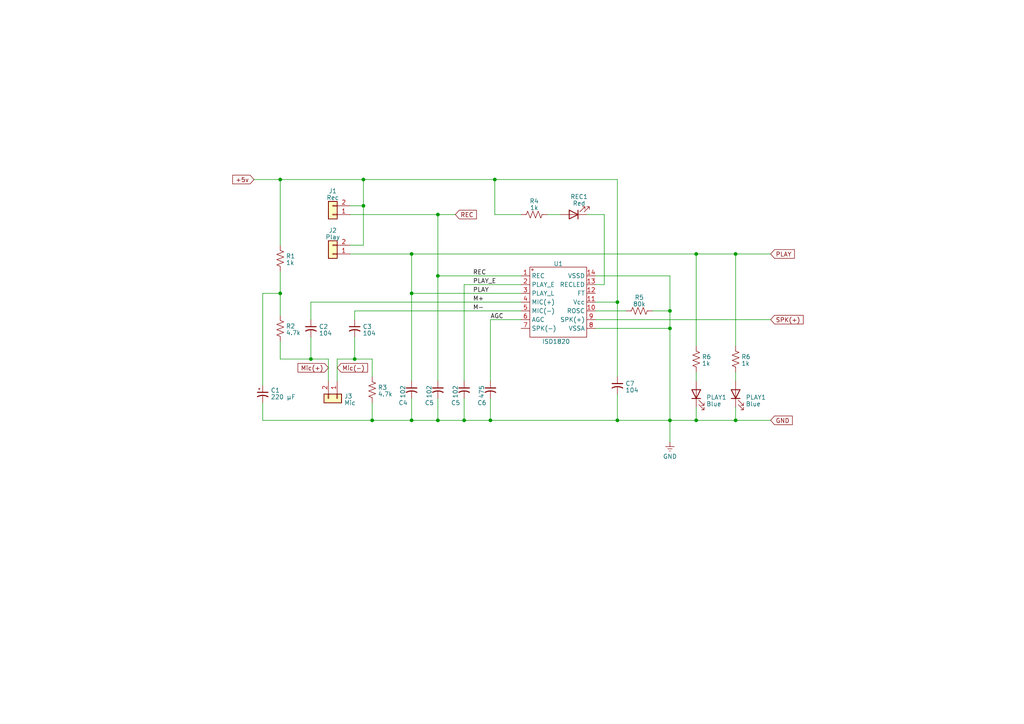
<source format=kicad_sch>
(kicad_sch (version 20230121) (generator eeschema)
  (paper "A4")
  (lib_symbols
    (symbol "Connector_Generic:Conn_01x02" (pin_names (offset 1.016) hide)
      (property "Reference" "J" (at 0 2.54 0))
      (property "Value" "Conn_01x02" (at 0 -5.08 0))
      (symbol "Conn_01x02_1_1"
        (rectangle (start -1.27 -2.413) (end 0 -2.667) (stroke (width 0.1524)))
        (rectangle (start -1.27 0.127) (end 0 -0.127) (stroke (width 0.1524)))
        (rectangle (start -1.27 1.27) (end 1.27 -3.81) (stroke (width 0.254)) (fill (type background)))
        (pin passive line (at -5.08 0 0) (length 3.81) (name "Pin_1") (number "1"))
        (pin passive line (at -5.08 -2.54 0) (length 3.81) (name "Pin_2") (number "2"))
      )
    )
    (symbol "Device:C_Polarized_Small_US" (pin_numbers hide) (pin_names (offset 0.254) hide)
      (property "Reference" "C" (at 0.254 1.778 0))
      (property "Value" "C_Polarized_Small_US" (at 0.254 -2.032 0))
      (symbol "C_Polarized_Small_US_0_1"
        (polyline (pts (xy -1.524 0.508) (xy 1.524 0.508)) (stroke (width 0.3048)))
        (polyline (pts (xy -1.27 1.524) (xy -0.762 1.524)))
        (polyline (pts (xy -1.016 1.27) (xy -1.016 1.778)))
        (arc (start 1.524 -0.762) (mid 0 -0.3734) (end -1.524 -0.762) (stroke (width 0.3048)))
      )
      (symbol "C_Polarized_Small_US_1_1"
        (pin passive line (at 0 2.54 270) (length 2.032) (name "~") (number "1"))
        (pin passive line (at 0 -2.54 90) (length 2.032) (name "~") (number "2"))
      )
    )
    (symbol "Device:LED" (pin_numbers hide) (pin_names (offset 1.016) hide)
      (property "Reference" "D" (at 0 2.54 0))
      (property "Value" "LED" (at 0 -2.54 0))
      (symbol "LED_0_1"
        (polyline (pts (xy -1.27 -1.27) (xy -1.27 1.27)) (stroke (width 0.254)))
        (polyline (pts (xy -1.27 0) (xy 1.27 0)))
        (polyline (pts (xy 1.27 -1.27) (xy 1.27 1.27) (xy -1.27 0) (xy 1.27 -1.27)) (stroke (width 0.254)))
        (polyline (pts (xy -3.048 -0.762) (xy -4.572 -2.286) (xy -3.81 -2.286) (xy -4.572 -2.286) (xy -4.572 -1.524)))
        (polyline (pts (xy -1.778 -0.762) (xy -3.302 -2.286) (xy -2.54 -2.286) (xy -3.302 -2.286) (xy -3.302 -1.524)))
      )
      (symbol "LED_1_1"
        (pin passive line (at -3.81 0 0) (length 2.54) (name "K") (number "1"))
        (pin passive line (at 3.81 0 180) (length 2.54) (name "A") (number "2"))
      )
    )
    (symbol "Device:R_US" (pin_numbers hide) (pin_names (offset 0))
      (property "Reference" "R" (at 2.54 0 90))
      (property "Value" "R_US" (at -2.54 0 90))
      (symbol "R_US_0_1"
        (polyline (pts (xy 0 -2.286) (xy 0 -2.54)))
        (polyline (pts (xy 0 2.286) (xy 0 2.54)))
        (polyline (pts (xy 0 -0.762) (xy 1.016 -1.143) (xy 0 -1.524) (xy -1.016 -1.905) (xy 0 -2.286)))
        (polyline (pts (xy 0 0.762) (xy 1.016 0.381) (xy 0 0) (xy -1.016 -0.381) (xy 0 -0.762)))
        (polyline (pts (xy 0 2.286) (xy 1.016 1.905) (xy 0 1.524) (xy -1.016 1.143) (xy 0 0.762)))
      )
      (symbol "R_US_1_1"
        (pin passive line (at 0 3.81 270) (length 1.27) (name "~") (number "1"))
        (pin passive line (at 0 -3.81 90) (length 1.27) (name "~") (number "2"))
      )
    )
    (symbol "Local:C_Small_US" (pin_numbers hide) (pin_names (offset 0.254) hide)
      (property "Reference" "C" (at 0.254 1.778 0))
      (property "Value" "C_Small_US" (at 0.254 -2.032 0))
      (symbol "C_Small_US_0_1"
        (polyline (pts (xy -1.524 0.508) (xy 1.524 0.508)) (stroke (width 0.3048)))
        (arc (start 1.524 -0.762) (mid 0 -0.3734) (end -1.524 -0.762) (stroke (width 0.3048)))
      )
      (symbol "C_Small_US_1_1"
        (pin passive line (at 0 2.54 270) (length 2.032) (name "~") (number "1"))
        (pin passive line (at 0 -2.54 90) (length 2.032) (name "~") (number "2"))
      )
    )
    (symbol "Local:GND_US" (power) (pin_names (offset 0))
      (property "Value" "GND_US" (at 0 -3.81 0))
      (symbol "GND_US_0_1"
        (polyline (pts (xy -0.635 -1.905) (xy 0.635 -1.905)))
        (polyline (pts (xy -0.127 -2.54) (xy 0.127 -2.54)))
        (polyline (pts (xy 0 -1.27) (xy 0 0)))
        (polyline (pts (xy 1.27 -1.27) (xy -1.27 -1.27)))
      )
      (symbol "GND_US_1_1"
        (pin power_in line (at 0 0 270) (length 0) hide (name "GND") (number "1"))
      )
    )
    (symbol "Local:ISD1820"
      (property "Reference" "U" (at 1.27 2.54 0))
      (symbol "ISD1820_0_0"
        (pin output line (at 19.05 -12.7 180) (length 2.54) (name "ROSC") (number "10"))
        (pin power_in line (at 19.05 -10.16 180) (length 2.54) (name "Vcc") (number "11"))
        (pin input line (at 19.05 -7.62 180) (length 2.54) (name "FT") (number "12"))
        (pin output line (at 19.05 -5.08 180) (length 2.54) (name "RECLED") (number "13"))
        (pin power_in line (at 19.05 -2.54 180) (length 2.54) (name "VSSD") (number "14"))
        (pin input line (at -2.54 -5.08 0) (length 2.54) (name "PLAY_E") (number "2"))
        (pin input line (at -2.54 -7.62 0) (length 2.54) (name "PLAY_L") (number "3"))
        (pin bidirectional line (at -2.54 -10.16 0) (length 2.54) (name "MIC(+)") (number "4"))
        (pin bidirectional line (at -2.54 -12.7 0) (length 2.54) (name "MIC(-)") (number "5"))
        (pin input line (at -2.54 -15.24 0) (length 2.54) (name "AGC") (number "6"))
        (pin output line (at -2.54 -17.78 0) (length 2.54) (name "SPK(-)") (number "7"))
        (pin power_in line (at 19.05 -17.78 180) (length 2.54) (name "VSSA") (number "8"))
        (pin output line (at 19.05 -15.24 180) (length 2.54) (name "SPK(+)") (number "9"))
      )
      (symbol "ISD1820_0_1"
        (rectangle (start 0 0) (end 16.51 -20.32))
        (circle (center 0.7617 -0.7398) (radius 0.2119))
      )
      (symbol "ISD1820_1_0"
        (pin input line (at -2.54 -2.54 0) (length 2.54) (name "REC") (number "1"))
      )
    )
  )
  (junction (at 194.31 90.17))
  (junction (at 105.41 59.69))
  (junction (at 213.36 73.66))
  (junction (at 143.51 52.07))
  (junction (at 81.28 85.09))
  (junction (at 179.07 121.92))
  (junction (at 119.38 73.66))
  (junction (at 194.31 95.25))
  (junction (at 194.31 121.92))
  (junction (at 213.36 121.92))
  (junction (at 81.28 52.07))
  (junction (at 134.62 121.92))
  (junction (at 127 80.01))
  (junction (at 127 121.92))
  (junction (at 201.93 121.92))
  (junction (at 179.07 87.63))
  (junction (at 107.95 121.92))
  (junction (at 90.17 104.14))
  (junction (at 105.41 52.07))
  (junction (at 119.38 121.92))
  (junction (at 127 62.23))
  (junction (at 201.93 73.66))
  (junction (at 142.24 121.92))
  (junction (at 119.38 85.09))
  (junction (at 102.87 104.14))
  (wire (pts (xy 81.28 52.07) (xy 105.41 52.07)))
  (wire (pts (xy 172.72 92.71) (xy 223.52 92.71)))
  (wire (pts (xy 105.41 52.07) (xy 105.41 59.69)))
  (wire (pts (xy 127 115.57) (xy 127 121.92)))
  (wire (pts (xy 134.62 115.57) (xy 134.62 121.92)))
  (wire (pts (xy 179.07 87.63) (xy 172.72 87.63)))
  (wire (pts (xy 175.26 82.55) (xy 172.72 82.55)))
  (wire (pts (xy 201.93 118.11) (xy 201.93 121.92)))
  (wire (pts (xy 194.31 90.17) (xy 194.31 80.01)))
  (wire (pts (xy 194.31 95.25) (xy 194.31 121.92)))
  (wire (pts (xy 151.13 87.63) (xy 90.17 87.63)))
  (wire (pts (xy 172.72 90.17) (xy 181.61 90.17)))
  (wire (pts (xy 194.31 95.25) (xy 194.31 90.17)))
  (wire (pts (xy 107.95 104.14) (xy 107.95 109.22)))
  (wire (pts (xy 189.23 90.17) (xy 194.31 90.17)))
  (wire (pts (xy 119.38 73.66) (xy 201.93 73.66)))
  (wire (pts (xy 105.41 59.69) (xy 101.6 59.69)))
  (wire (pts (xy 213.36 118.11) (xy 213.36 121.92)))
  (wire (pts (xy 102.87 92.71) (xy 102.87 90.17)))
  (wire (pts (xy 90.17 104.14) (xy 95.25 104.14)))
  (wire (pts (xy 158.75 62.23) (xy 162.56 62.23)))
  (wire (pts (xy 179.07 87.63) (xy 179.07 52.07)))
  (wire (pts (xy 76.2 85.09) (xy 76.2 111.76)))
  (wire (pts (xy 213.36 121.92) (xy 223.52 121.92)))
  (wire (pts (xy 201.93 73.66) (xy 213.36 73.66)))
  (wire (pts (xy 132.08 62.23) (xy 127 62.23)))
  (wire (pts (xy 142.24 92.71) (xy 151.13 92.71)))
  (wire (pts (xy 142.24 110.49) (xy 142.24 92.71)))
  (wire (pts (xy 102.87 104.14) (xy 107.95 104.14)))
  (wire (pts (xy 179.07 109.22) (xy 179.07 87.63)))
  (wire (pts (xy 81.28 85.09) (xy 81.28 91.44)))
  (wire (pts (xy 81.28 104.14) (xy 81.28 99.06)))
  (wire (pts (xy 119.38 73.66) (xy 119.38 85.09)))
  (wire (pts (xy 127 110.49) (xy 127 80.01)))
  (wire (pts (xy 127 121.92) (xy 134.62 121.92)))
  (wire (pts (xy 97.79 104.14) (xy 102.87 104.14)))
  (wire (pts (xy 127 121.92) (xy 119.38 121.92)))
  (wire (pts (xy 194.31 121.92) (xy 201.93 121.92)))
  (wire (pts (xy 81.28 78.74) (xy 81.28 85.09)))
  (wire (pts (xy 101.6 62.23) (xy 127 62.23)))
  (wire (pts (xy 76.2 121.92) (xy 76.2 116.84)))
  (wire (pts (xy 119.38 85.09) (xy 151.13 85.09)))
  (wire (pts (xy 143.51 62.23) (xy 143.51 52.07)))
  (wire (pts (xy 107.95 116.84) (xy 107.95 121.92)))
  (wire (pts (xy 107.95 121.92) (xy 76.2 121.92)))
  (wire (pts (xy 201.93 107.95) (xy 201.93 110.49)))
  (wire (pts (xy 142.24 115.57) (xy 142.24 121.92)))
  (wire (pts (xy 90.17 97.79) (xy 90.17 104.14)))
  (wire (pts (xy 119.38 110.49) (xy 119.38 85.09)))
  (wire (pts (xy 90.17 87.63) (xy 90.17 92.71)))
  (wire (pts (xy 81.28 52.07) (xy 81.28 71.12)))
  (wire (pts (xy 213.36 73.66) (xy 223.52 73.66)))
  (wire (pts (xy 151.13 62.23) (xy 143.51 62.23)))
  (wire (pts (xy 95.25 104.14) (xy 95.25 110.49)))
  (wire (pts (xy 172.72 95.25) (xy 194.31 95.25)))
  (wire (pts (xy 175.26 62.23) (xy 175.26 82.55)))
  (wire (pts (xy 179.07 114.3) (xy 179.07 121.92)))
  (wire (pts (xy 213.36 107.95) (xy 213.36 110.49)))
  (wire (pts (xy 170.18 62.23) (xy 175.26 62.23)))
  (wire (pts (xy 127 62.23) (xy 127 80.01)))
  (wire (pts (xy 201.93 73.66) (xy 201.93 100.33)))
  (wire (pts (xy 90.17 104.14) (xy 81.28 104.14)))
  (wire (pts (xy 105.41 52.07) (xy 143.51 52.07)))
  (wire (pts (xy 201.93 121.92) (xy 213.36 121.92)))
  (wire (pts (xy 102.87 104.14) (xy 102.87 97.79)))
  (wire (pts (xy 76.2 85.09) (xy 81.28 85.09)))
  (wire (pts (xy 127 80.01) (xy 151.13 80.01)))
  (wire (pts (xy 194.31 121.92) (xy 179.07 121.92)))
  (wire (pts (xy 73.66 52.07) (xy 81.28 52.07)))
  (wire (pts (xy 101.6 73.66) (xy 119.38 73.66)))
  (wire (pts (xy 142.24 121.92) (xy 179.07 121.92)))
  (wire (pts (xy 134.62 121.92) (xy 142.24 121.92)))
  (wire (pts (xy 119.38 115.57) (xy 119.38 121.92)))
  (wire (pts (xy 134.62 82.55) (xy 151.13 82.55)))
  (wire (pts (xy 97.79 110.49) (xy 97.79 104.14)))
  (wire (pts (xy 119.38 121.92) (xy 107.95 121.92)))
  (wire (pts (xy 213.36 73.66) (xy 213.36 100.33)))
  (wire (pts (xy 134.62 110.49) (xy 134.62 82.55)))
  (wire (pts (xy 101.6 71.12) (xy 105.41 71.12)))
  (wire (pts (xy 143.51 52.07) (xy 179.07 52.07)))
  (wire (pts (xy 194.31 121.92) (xy 194.31 128.27)))
  (wire (pts (xy 105.41 59.69) (xy 105.41 71.12)))
  (wire (pts (xy 102.87 90.17) (xy 151.13 90.17)))
  (wire (pts (xy 194.31 80.01) (xy 172.72 80.01)))
  (label "PLAY" (at 137.16 85.09 0))
  (label "PLAY_E" (at 137.16 82.55 0))
  (label "M-" (at 137.16 90.17 0))
  (label "M+" (at 137.16 87.63 0))
  (label "AGC" (at 142.24 92.71 0))
  (label "REC" (at 137.16 80.01 0))
  (global_label "GND" (shape input) (at 223.52 121.92 0) (property "Intersheetrefs" "${INTERSHEET_REFS}" (effects hide)))
  (global_label "PLAY" (shape input) (at 223.52 73.66 0) (property "Intersheetrefs" "${INTERSHEET_REFS}" (effects hide)))
  (global_label "Mic(+)" (shape input) (at 95.25 106.68 180) (property "Intersheetrefs" "${INTERSHEET_REFS}" (effects hide)))
  (global_label "REC" (shape input) (at 132.08 62.23 0) (property "Intersheetrefs" "${INTERSHEET_REFS}" (effects hide)))
  (global_label "Mic(-)" (shape input) (at 97.79 106.68 0) (property "Intersheetrefs" "${INTERSHEET_REFS}" (effects hide)))
  (global_label "SPK(+)" (shape input) (at 223.52 92.71 0) (property "Intersheetrefs" "${INTERSHEET_REFS}" (effects hide)))
  (global_label "+5v" (shape input) (at 73.66 52.07 180) (property "Intersheetrefs" "${INTERSHEET_REFS}" (effects hide)))
  (symbol (lib_id "Local:C_Small_US") (at 90.17 95.25 0) (unit 1)
    (property "Reference" "C2" (at 92.4814 94.7333 0) (effects (justify left)))
    (property "Value" "104" (at 92.4814 96.6543 0) (effects (justify left)))
    (property "Footprint" "Capacitor_SMD:C_0805_2012Metric" (effects hide))
    (property "Alt Value" "0.1 µF" (effects hide))
    (instances (project "laser" (path "" (reference "C2") (unit 1)) (path "" (reference "C4") (unit 1))))
  )
  (symbol (lib_id "Local:C_Small_US") (at 102.87 95.25 0) (unit 1)
    (property "Reference" "C3" (at 105.1814 94.7333 0) (effects (justify left)))
    (property "Value" "104" (at 105.1814 96.6543 0) (effects (justify left)))
    (property "Footprint" "Capacitor_SMD:C_0805_2012Metric" (effects hide))
    (property "Alt Value" "0.1 µF" (effects hide))
    (instances (project "laser" (path "" (reference "C3") (unit 1)) (path "" (reference "C5") (unit 1))))
  )
  (symbol (lib_id "Device:R_US") (at 81.28 95.25 0) (unit 1)
    (property "Reference" "R2" (at 82.931 94.6063 0) (effects (justify left)))
    (property "Value" "4.7k" (at 82.931 96.5273 0) (effects (justify left)))
    (property "Footprint" "Resistor_SMD:R_0805_2012Metric" (effects hide))
  )
  (symbol (lib_id "Device:R_US") (at 213.36 104.14 180) (unit 1)
    (property "Reference" "R6" (at 215.011 103.4963 0) (effects (justify right)))
    (property "Value" "1k" (at 215.011 105.4173 0) (effects (justify right)))
    (property "Footprint" "Resistor_SMD:R_0805_2012Metric" (effects hide))
    (instances (project "laser" (path "" (reference "R6") (unit 1)) (path "" (reference "R19") (unit 1))))
  )
  (symbol (lib_id "Local:C_Small_US") (at 127 113.03 0) (unit 1)
    (property "Reference" "C5" (at 123.19 116.84 0) (effects (justify left)))
    (property "Value" "102" (at 124.46 115.57 90) (effects (justify left)))
    (property "Footprint" "Capacitor_SMD:C_0805_2012Metric" (effects hide))
    (property "Alt Value" "0.001 µF" (effects hide))
    (instances (project "laser" (path "" (reference "C5") (unit 1)) (path "" (reference "C7") (unit 1))))
  )
  (symbol (lib_id "Local:C_Small_US") (at 134.62 113.03 0) (unit 1)
    (property "Reference" "C5" (at 130.81 116.84 0) (effects (justify left)))
    (property "Value" "102" (at 132.08 115.57 90) (effects (justify left)))
    (property "Footprint" "Capacitor_SMD:C_0805_2012Metric" (effects hide))
    (property "Alt Value" "0.001 µF" (effects hide))
    (instances (project "laser" (path "" (reference "C5") (unit 1)) (path "" (reference "C14") (unit 1))))
  )
  (symbol (lib_id "Connector_Generic:Conn_01x02") (at 96.52 73.66 180) (unit 1)
    (property "Reference" "J2" (at 96.52 66.8401 0))
    (property "Value" "Play" (at 96.52 68.7611 0))
    (property "Footprint" "Headers:PinHeader_1x02_P2.54mm_Vertical_Wide" (effects hide))
    (instances (project "laser" (path "" (reference "J2") (unit 1)) (path "" (reference "J3") (unit 1))))
  )
  (symbol (lib_id "Local:ISD1820") (at 153.67 77.47 0) (unit 1)
    (property "Reference" "U1" (at 161.925 76.5081 0))
    (property "Value" "ISD1820" (at 161.29 99.06 0))
    (property "Footprint" "Local:ISD1820" (effects hide))
    (instances (project "laser" (path "" (reference "U1") (unit 1)) (path "" (reference "U2") (unit 1))))
  )
  (symbol (lib_id "Device:LED") (at 166.37 62.23 180) (unit 1)
    (property "Reference" "REC1" (at 167.9575 57.0611 0))
    (property "Value" "Red" (at 167.9575 58.9821 0))
    (property "Footprint" "LED_SMD:LED_0805_2012Metric" (effects hide))
  )
  (symbol (lib_id "Device:LED") (at 213.36 114.3 90) (unit 1)
    (property "Reference" "PLAY1" (at 216.281 115.2438 90) (effects (justify right)))
    (property "Value" "Blue" (at 216.281 117.1648 90) (effects (justify right)))
    (property "Footprint" "LED_SMD:LED_0805_2012Metric" (effects hide))
    (instances (project "laser" (path "" (reference "PLAY1") (unit 1)) (path "" (reference "PLAY2") (unit 1))))
  )
  (symbol (lib_id "Device:R_US") (at 154.94 62.23 90) (unit 1)
    (property "Reference" "R4" (at 154.94 58.3311 90))
    (property "Value" "1k" (at 154.94 60.2521 90))
    (property "Footprint" "Resistor_SMD:R_0805_2012Metric" (effects hide))
  )
  (symbol (lib_id "Local:C_Small_US") (at 179.07 111.76 0) (unit 1)
    (property "Reference" "C7" (at 181.3814 111.2433 0) (effects (justify left)))
    (property "Value" "104" (at 181.3814 113.1643 0) (effects (justify left)))
    (property "Footprint" "Capacitor_SMD:C_0805_2012Metric" (effects hide))
    (property "Alt Value" "0.1 µF" (effects hide))
    (instances (project "laser" (path "" (reference "C7") (unit 1)) (path "" (reference "C9") (unit 1))))
  )
  (symbol (lib_id "Local:C_Small_US") (at 142.24 113.03 0) (unit 1)
    (property "Reference" "C6" (at 138.43 116.84 0) (effects (justify left)))
    (property "Value" "475" (at 139.7 115.57 90) (effects (justify left)))
    (property "Footprint" "Capacitor_SMD:C_0805_2012Metric" (effects hide))
    (property "Alt Value" "4.7 µF" (effects hide))
    (instances (project "laser" (path "" (reference "C6") (unit 1)) (path "" (reference "C8") (unit 1))))
  )
  (symbol (lib_id "Device:LED") (at 201.93 114.3 90) (unit 1)
    (property "Reference" "PLAY1" (at 204.851 115.2438 90) (effects (justify right)))
    (property "Value" "Blue" (at 204.851 117.1648 90) (effects (justify right)))
    (property "Footprint" "LED_SMD:LED_0805_2012Metric" (effects hide))
  )
  (symbol (lib_id "Device:R_US") (at 107.95 113.03 0) (unit 1)
    (property "Reference" "R3" (at 109.601 112.3863 0) (effects (justify left)))
    (property "Value" "4.7k" (at 109.601 114.3073 0) (effects (justify left)))
    (property "Footprint" "Resistor_SMD:R_0805_2012Metric" (effects hide))
  )
  (symbol (lib_id "Device:R_US") (at 81.28 74.93 0) (unit 1)
    (property "Reference" "R1" (at 82.931 74.2863 0) (effects (justify left)))
    (property "Value" "1k" (at 82.931 76.2073 0) (effects (justify left)))
    (property "Footprint" "Resistor_SMD:R_0805_2012Metric" (effects hide))
  )
  (symbol (lib_id "Device:R_US") (at 185.42 90.17 90) (unit 1)
    (property "Reference" "R5" (at 185.42 86.2711 90))
    (property "Value" "80k" (at 185.42 88.1921 90))
    (property "Footprint" "Resistor_SMD:R_0805_2012Metric" (effects hide))
  )
  (symbol (lib_id "Device:R_US") (at 201.93 104.14 180) (unit 1)
    (property "Reference" "R6" (at 203.581 103.4963 0) (effects (justify right)))
    (property "Value" "1k" (at 203.581 105.4173 0) (effects (justify right)))
    (property "Footprint" "Resistor_SMD:R_0805_2012Metric" (effects hide))
  )
  (symbol (lib_id "Local:GND_US") (at 194.31 128.27 0) (unit 1)
    (property "Reference" "#PWR01" (effects hide))
    (property "Value" "GND_US" (at 194.31 132.4055 0))
  )
  (symbol (lib_id "Connector_Generic:Conn_01x02") (at 96.52 62.23 180) (unit 1)
    (property "Reference" "J1" (at 96.52 55.4101 0))
    (property "Value" "Rec" (at 96.52 57.3311 0))
    (property "Footprint" "Headers:PinHeader_1x02_P2.54mm_Vertical_Wide" (effects hide))
    (instances (project "laser" (path "" (reference "J1") (unit 1)) (path "" (reference "J2") (unit 1))))
  )
  (symbol (lib_id "Local:C_Small_US") (at 119.38 113.03 0) (unit 1)
    (property "Reference" "C4" (at 115.57 116.84 0) (effects (justify left)))
    (property "Value" "102" (at 116.84 115.57 90) (effects (justify left)))
    (property "Footprint" "Capacitor_SMD:C_0805_2012Metric" (effects hide))
    (property "Alt Value" "0.001 µF" (effects hide))
    (instances (project "laser" (path "" (reference "C4") (unit 1)) (path "" (reference "C6") (unit 1))))
  )
  (symbol (lib_id "Connector_Generic:Conn_01x02") (at 97.79 115.57 270) (unit 1)
    (property "Reference" "J3" (at 99.822 114.9263 90) (effects (justify left)))
    (property "Value" "Mic" (at 99.822 116.8473 90) (effects (justify left)))
    (property "Footprint" "Headers:PinHeader_1x02_P2.54mm_Vertical_Wide" (effects hide))
    (instances (project "laser" (path "" (reference "J3") (unit 1)) (path "" (reference "J4") (unit 1))))
  )
  (symbol (lib_id "Device:C_Polarized_Small_US") (at 76.2 114.3 0) (unit 1)
    (property "Reference" "C1" (at 78.5114 113.2245 0) (effects (justify left)))
    (property "Value" "220 µF" (at 78.5114 115.1455 0) (effects (justify left)))
    (property "Footprint" "Capacitor_THT:CP_Radial_Tantal_D6.0mm_P2.50mm" (effects hide))
    (property "Alt Value" "220 µF" (effects hide))
    (instances (project "laser" (path "" (reference "C1") (unit 1)) (path "" (reference "C3") (unit 1))))
  )
)
</source>
